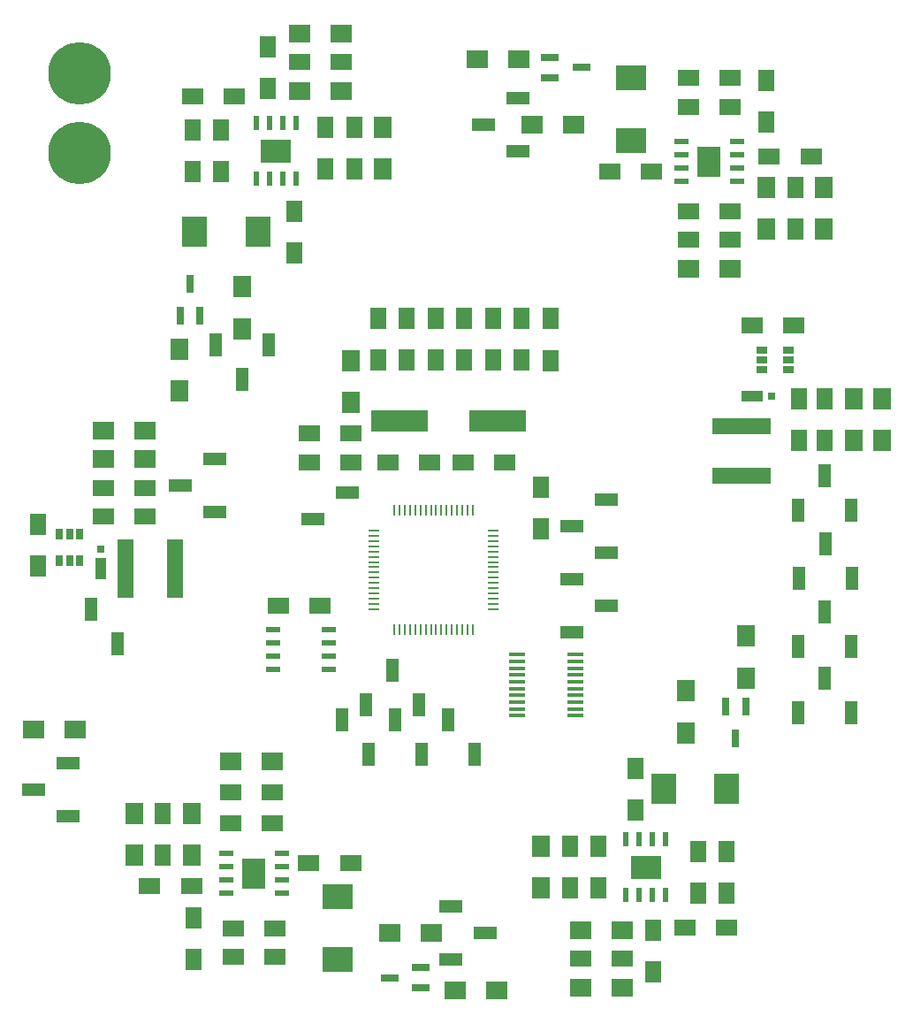
<source format=gts>
G04 #@! TF.FileFunction,Soldermask,Top*
%FSLAX46Y46*%
G04 Gerber Fmt 4.6, Leading zero omitted, Abs format (unit mm)*
G04 Created by KiCad (PCBNEW (2015-01-16 BZR 5376)-product) date 3/2/2015 11:04:36 PM*
%MOMM*%
G01*
G04 APERTURE LIST*
%ADD10C,0.100000*%
%ADD11R,2.999740X2.349500*%
%ADD12R,2.000000X1.600000*%
%ADD13R,1.600000X2.000000*%
%ADD14R,1.700000X2.000000*%
%ADD15R,2.349500X2.999740*%
%ADD16R,2.000000X1.700000*%
%ADD17R,0.250000X1.000000*%
%ADD18R,1.000000X0.250000*%
%ADD19R,1.399540X0.599440*%
%ADD20R,1.600000X0.300000*%
%ADD21R,0.701040X1.000760*%
%ADD22R,1.000760X0.701040*%
%ADD23R,0.599440X1.399540*%
%ADD24R,2.997200X2.260600*%
%ADD25R,2.260600X2.997200*%
%ADD26R,5.499100X1.998980*%
%ADD27R,0.800000X0.800000*%
%ADD28R,1.100000X2.000000*%
%ADD29R,2.000000X1.100000*%
%ADD30R,1.600000X5.700000*%
%ADD31R,5.700000X1.600000*%
%ADD32R,1.270000X2.200000*%
%ADD33R,2.200000X1.270000*%
%ADD34C,5.999480*%
%ADD35R,0.800100X1.800860*%
%ADD36R,1.800860X0.800100*%
G04 APERTURE END LIST*
D10*
D11*
X195900000Y-137824860D03*
X195900000Y-143875140D03*
D12*
X194200000Y-110000000D03*
X190200000Y-110000000D03*
X207900000Y-96250000D03*
X211900000Y-96250000D03*
D13*
X216300000Y-86510000D03*
X216300000Y-82510000D03*
X213550000Y-86460000D03*
X213550000Y-82460000D03*
D12*
X204700000Y-96250000D03*
X200700000Y-96250000D03*
D13*
X210800000Y-86460000D03*
X210800000Y-82460000D03*
X208050000Y-86460000D03*
X208050000Y-82460000D03*
X205300000Y-86460000D03*
X205300000Y-82460000D03*
X202550000Y-86460000D03*
X202550000Y-82460000D03*
X199800000Y-86460000D03*
X199800000Y-82460000D03*
D12*
X197160000Y-93500000D03*
X193160000Y-93500000D03*
X197160000Y-96250000D03*
X193160000Y-96250000D03*
X177465000Y-98685000D03*
X173465000Y-98685000D03*
D13*
X242590000Y-94190000D03*
X242590000Y-90190000D03*
D12*
X173465000Y-101435000D03*
X177465000Y-101435000D03*
D13*
X240090000Y-90190000D03*
X240090000Y-94190000D03*
X167215000Y-106185000D03*
X167215000Y-102185000D03*
D12*
X235590000Y-83190000D03*
X239590000Y-83190000D03*
X196250000Y-57950000D03*
X192250000Y-57950000D03*
D13*
X239750000Y-73950000D03*
X239750000Y-69950000D03*
X189250000Y-60450000D03*
X189250000Y-56450000D03*
D12*
X237250000Y-66950000D03*
X241250000Y-66950000D03*
X186000000Y-61200000D03*
X182000000Y-61200000D03*
D13*
X237000000Y-63700000D03*
X237000000Y-59700000D03*
X184750000Y-68450000D03*
X184750000Y-64450000D03*
D12*
X229500000Y-62200000D03*
X233500000Y-62200000D03*
D13*
X194750000Y-68200000D03*
X194750000Y-64200000D03*
X182000000Y-68450000D03*
X182000000Y-64450000D03*
D12*
X229500000Y-72200000D03*
X233500000Y-72200000D03*
X229500000Y-59450000D03*
X233500000Y-59450000D03*
D13*
X191750000Y-72200000D03*
X191750000Y-76200000D03*
D12*
X226000000Y-68450000D03*
X222000000Y-68450000D03*
D13*
X197500000Y-68200000D03*
X197500000Y-64200000D03*
D12*
X229500000Y-74950000D03*
X233500000Y-74950000D03*
X219175000Y-143775000D03*
X223175000Y-143775000D03*
D13*
X179150000Y-129850000D03*
X179150000Y-133850000D03*
X226175000Y-141025000D03*
X226175000Y-145025000D03*
D12*
X181900000Y-136850000D03*
X177900000Y-136850000D03*
X229175000Y-140775000D03*
X233175000Y-140775000D03*
D13*
X182150000Y-139850000D03*
X182150000Y-143850000D03*
X230425000Y-133525000D03*
X230425000Y-137525000D03*
D12*
X189900000Y-140850000D03*
X185900000Y-140850000D03*
D13*
X220925000Y-133025000D03*
X220925000Y-137025000D03*
X233175000Y-133525000D03*
X233175000Y-137525000D03*
D12*
X189650000Y-130850000D03*
X185650000Y-130850000D03*
X189900000Y-143600000D03*
X185900000Y-143600000D03*
D13*
X224425000Y-129525000D03*
X224425000Y-125525000D03*
D12*
X193150000Y-134600000D03*
X197150000Y-134600000D03*
D13*
X218175000Y-133025000D03*
X218175000Y-137025000D03*
D12*
X189650000Y-127850000D03*
X185650000Y-127850000D03*
D14*
X197160000Y-86500000D03*
X197160000Y-90500000D03*
D15*
X188275140Y-74200000D03*
X182224860Y-74200000D03*
D11*
X224000000Y-65475140D03*
X224000000Y-59424860D03*
D15*
X227149860Y-127525000D03*
X233200140Y-127525000D03*
D16*
X177465000Y-95935000D03*
X173465000Y-95935000D03*
X177465000Y-93185000D03*
X173465000Y-93185000D03*
D14*
X245340000Y-94190000D03*
X245340000Y-90190000D03*
X248090000Y-94190000D03*
X248090000Y-90190000D03*
D16*
X196250000Y-55200000D03*
X192250000Y-55200000D03*
D14*
X242500000Y-73950000D03*
X242500000Y-69950000D03*
D16*
X192250000Y-60700000D03*
X196250000Y-60700000D03*
D14*
X237000000Y-69950000D03*
X237000000Y-73950000D03*
X200250000Y-64200000D03*
X200250000Y-68200000D03*
D16*
X233500000Y-77700000D03*
X229500000Y-77700000D03*
X219175000Y-146525000D03*
X223175000Y-146525000D03*
D14*
X176400000Y-129850000D03*
X176400000Y-133850000D03*
D16*
X223175000Y-141025000D03*
X219175000Y-141025000D03*
D14*
X181900000Y-133850000D03*
X181900000Y-129850000D03*
X215425000Y-137025000D03*
X215425000Y-133025000D03*
D16*
X185650000Y-124850000D03*
X189650000Y-124850000D03*
D17*
X208850000Y-100850000D03*
X208350000Y-100850000D03*
X207850000Y-100850000D03*
X207350000Y-100850000D03*
X206850000Y-100850000D03*
X206350000Y-100850000D03*
X205850000Y-100850000D03*
X205350000Y-100850000D03*
X204850000Y-100850000D03*
X204350000Y-100850000D03*
X203850000Y-100850000D03*
X203350000Y-100850000D03*
X202850000Y-100850000D03*
X202350000Y-100850000D03*
X201850000Y-100850000D03*
X201350000Y-100850000D03*
D18*
X199400000Y-102800000D03*
X199400000Y-103300000D03*
X199400000Y-103800000D03*
X199400000Y-104300000D03*
X199400000Y-104800000D03*
X199400000Y-105300000D03*
X199400000Y-105800000D03*
X199400000Y-106300000D03*
X199400000Y-106800000D03*
X199400000Y-107300000D03*
X199400000Y-107800000D03*
X199400000Y-108300000D03*
X199400000Y-108800000D03*
X199400000Y-109300000D03*
X199400000Y-109800000D03*
X199400000Y-110300000D03*
D17*
X201350000Y-112250000D03*
X201850000Y-112250000D03*
X202350000Y-112250000D03*
X202850000Y-112250000D03*
X203350000Y-112250000D03*
X203850000Y-112250000D03*
X204350000Y-112250000D03*
X204850000Y-112250000D03*
X205350000Y-112250000D03*
X205850000Y-112250000D03*
X206350000Y-112250000D03*
X206850000Y-112250000D03*
X207350000Y-112250000D03*
X207850000Y-112250000D03*
X208350000Y-112250000D03*
X208850000Y-112250000D03*
D18*
X210800000Y-110300000D03*
X210800000Y-109800000D03*
X210800000Y-109300000D03*
X210800000Y-108800000D03*
X210800000Y-108300000D03*
X210800000Y-107800000D03*
X210800000Y-107300000D03*
X210800000Y-106800000D03*
X210800000Y-106300000D03*
X210800000Y-105800000D03*
X210800000Y-105300000D03*
X210800000Y-104800000D03*
X210800000Y-104300000D03*
X210800000Y-103800000D03*
X210800000Y-103300000D03*
X210800000Y-102800000D03*
D19*
X189733000Y-116105000D03*
X195067000Y-116105000D03*
X189733000Y-114835000D03*
X189733000Y-113565000D03*
X189733000Y-112295000D03*
X195067000Y-114835000D03*
X195067000Y-113565000D03*
X195067000Y-112295000D03*
D20*
X218700000Y-115975000D03*
X218700000Y-116625000D03*
X218700000Y-115325000D03*
X218700000Y-114675000D03*
X213100000Y-119875000D03*
X213100000Y-120525000D03*
X218700000Y-117275000D03*
X218700000Y-117925000D03*
X213100000Y-119225000D03*
X213100000Y-118575000D03*
X213100000Y-117925000D03*
X213100000Y-117275000D03*
X213100000Y-114675000D03*
X213100000Y-115325000D03*
X213100000Y-115975000D03*
X213100000Y-116625000D03*
X218700000Y-120525000D03*
X218700000Y-119875000D03*
X218700000Y-119225000D03*
X218700000Y-118575000D03*
D21*
X171167500Y-105705000D03*
X170215000Y-105705000D03*
X169262500Y-105705000D03*
X169262500Y-103165000D03*
X170215000Y-103165000D03*
X171167500Y-103165000D03*
D22*
X236570000Y-87392500D03*
X236570000Y-86440000D03*
X236570000Y-85487500D03*
X239110000Y-85487500D03*
X239110000Y-86440000D03*
X239110000Y-87392500D03*
D23*
X191905000Y-69117000D03*
X191905000Y-63783000D03*
X190635000Y-69117000D03*
X189365000Y-69117000D03*
X188095000Y-69117000D03*
X190635000Y-63783000D03*
X189365000Y-63783000D03*
X188095000Y-63783000D03*
D24*
X190000000Y-66450000D03*
D19*
X228833000Y-69355000D03*
X234167000Y-69355000D03*
X228833000Y-68085000D03*
X228833000Y-66815000D03*
X228833000Y-65545000D03*
X234167000Y-68085000D03*
X234167000Y-66815000D03*
X234167000Y-65545000D03*
D25*
X231500000Y-67450000D03*
D23*
X223520000Y-132358000D03*
X223520000Y-137692000D03*
X224790000Y-132358000D03*
X226060000Y-132358000D03*
X227330000Y-132358000D03*
X224790000Y-137692000D03*
X226060000Y-137692000D03*
X227330000Y-137692000D03*
D24*
X225425000Y-135025000D03*
D19*
X190567000Y-133695000D03*
X185233000Y-133695000D03*
X190567000Y-134965000D03*
X190567000Y-136235000D03*
X190567000Y-137505000D03*
X185233000Y-134965000D03*
X185233000Y-136235000D03*
X185233000Y-137505000D03*
D25*
X187900000Y-135600000D03*
D26*
X211199000Y-92250000D03*
X201801000Y-92250000D03*
D27*
X173215000Y-104535000D03*
D28*
X173215000Y-106435000D03*
D27*
X237490000Y-89940000D03*
D29*
X235590000Y-89940000D03*
D30*
X175615000Y-106435000D03*
X180315000Y-106435000D03*
D31*
X234590000Y-92840000D03*
X234590000Y-97540000D03*
D32*
X186750000Y-88350000D03*
X184210000Y-85050000D03*
X189290000Y-85050000D03*
X242600000Y-110550000D03*
X245140000Y-113850000D03*
X240060000Y-113850000D03*
D33*
X209850000Y-63950000D03*
X213150000Y-61410000D03*
X213150000Y-66490000D03*
D32*
X242600000Y-116950000D03*
X245140000Y-120250000D03*
X240060000Y-120250000D03*
X242590000Y-97540000D03*
X245130000Y-100840000D03*
X240050000Y-100840000D03*
D33*
X210050000Y-141350000D03*
X206750000Y-143890000D03*
X206750000Y-138810000D03*
X218350000Y-112550000D03*
X221650000Y-110010000D03*
X218350000Y-107470000D03*
X218350000Y-102390000D03*
X221650000Y-99850000D03*
X221650000Y-104930000D03*
X180815000Y-98435000D03*
X184115000Y-95895000D03*
X184115000Y-100975000D03*
D32*
X196350000Y-120950000D03*
X198890000Y-124250000D03*
X201430000Y-120950000D03*
X206510000Y-120950000D03*
X209050000Y-124250000D03*
X203970000Y-124250000D03*
D33*
X196850000Y-99130000D03*
X193550000Y-101670000D03*
D32*
X174870000Y-113650000D03*
X172330000Y-110350000D03*
D34*
X171200000Y-58990000D03*
X171200000Y-66610000D03*
D13*
X215400000Y-102600000D03*
X215400000Y-98600000D03*
D32*
X242640000Y-104040000D03*
X245180000Y-107340000D03*
X240100000Y-107340000D03*
D14*
X186750000Y-83450000D03*
X186750000Y-79450000D03*
D16*
X214500000Y-63950000D03*
X218500000Y-63950000D03*
D14*
X180750000Y-89450000D03*
X180750000Y-85450000D03*
D16*
X209250000Y-57700000D03*
X213250000Y-57700000D03*
D14*
X229300000Y-118150000D03*
X229300000Y-122150000D03*
D16*
X204900000Y-141350000D03*
X200900000Y-141350000D03*
D14*
X235050000Y-112900000D03*
X235050000Y-116900000D03*
D16*
X211150000Y-146850000D03*
X207150000Y-146850000D03*
D35*
X180800000Y-82201140D03*
X182700000Y-82201140D03*
X181750000Y-79198860D03*
D36*
X216248860Y-57500000D03*
X216248860Y-59400000D03*
X219251140Y-58450000D03*
D35*
X235000000Y-119648860D03*
X233100000Y-119648860D03*
X234050000Y-122651140D03*
D36*
X203901140Y-146550000D03*
X203901140Y-144650000D03*
X200898860Y-145600000D03*
D32*
X201200000Y-116150000D03*
X203740000Y-119450000D03*
X198660000Y-119450000D03*
D16*
X166800000Y-121800000D03*
X170800000Y-121800000D03*
D33*
X166750000Y-127600000D03*
X170050000Y-125060000D03*
X170050000Y-130140000D03*
M02*

</source>
